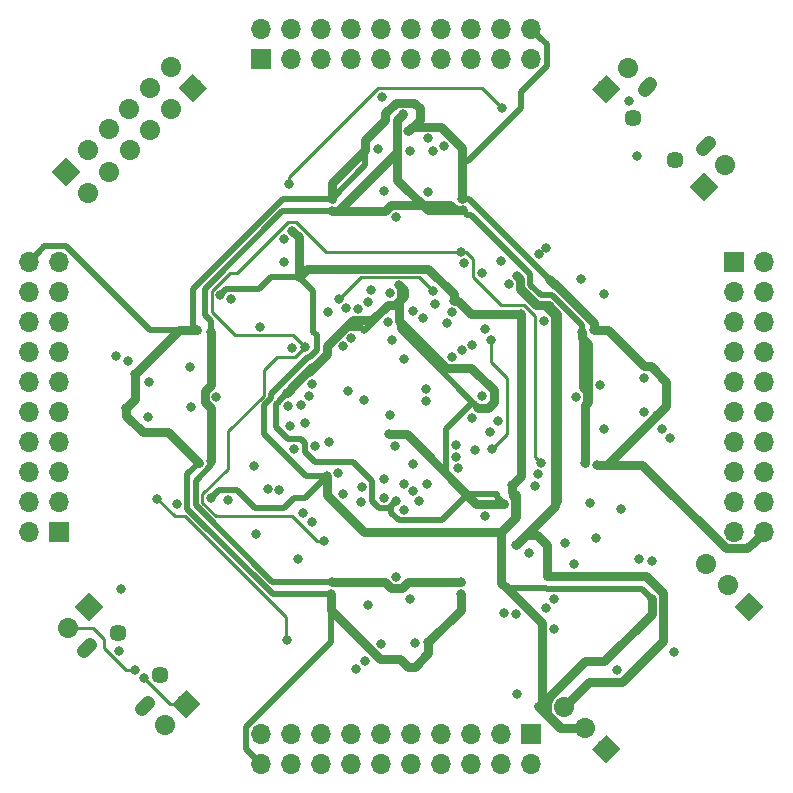
<source format=gbr>
G04 #@! TF.GenerationSoftware,KiCad,Pcbnew,5.0.2-bee76a0~70~ubuntu16.04.1*
G04 #@! TF.CreationDate,2019-08-02T00:48:50+03:00*
G04 #@! TF.ProjectId,FreeEEG32-alpha1.5,46726565-4545-4473-9332-2d616c706861,rev?*
G04 #@! TF.SameCoordinates,Original*
G04 #@! TF.FileFunction,Copper,L2,Inr*
G04 #@! TF.FilePolarity,Positive*
%FSLAX46Y46*%
G04 Gerber Fmt 4.6, Leading zero omitted, Abs format (unit mm)*
G04 Created by KiCad (PCBNEW 5.0.2-bee76a0~70~ubuntu16.04.1) date Пт 02 авг 2019 00:48:50*
%MOMM*%
%LPD*%
G01*
G04 APERTURE LIST*
G04 #@! TA.AperFunction,ViaPad*
%ADD10C,1.700000*%
G04 #@! TD*
G04 #@! TA.AperFunction,Conductor*
%ADD11C,1.700000*%
G04 #@! TD*
G04 #@! TA.AperFunction,Conductor*
%ADD12C,0.100000*%
G04 #@! TD*
G04 #@! TA.AperFunction,ViaPad*
%ADD13C,1.200000*%
G04 #@! TD*
G04 #@! TA.AperFunction,Conductor*
%ADD14C,1.200000*%
G04 #@! TD*
G04 #@! TA.AperFunction,ViaPad*
%ADD15C,1.450000*%
G04 #@! TD*
G04 #@! TA.AperFunction,ViaPad*
%ADD16R,1.700000X1.700000*%
G04 #@! TD*
G04 #@! TA.AperFunction,ViaPad*
%ADD17O,1.700000X1.700000*%
G04 #@! TD*
G04 #@! TA.AperFunction,ViaPad*
%ADD18C,0.800000*%
G04 #@! TD*
G04 #@! TA.AperFunction,Conductor*
%ADD19C,0.500000*%
G04 #@! TD*
G04 #@! TA.AperFunction,Conductor*
%ADD20C,0.750000*%
G04 #@! TD*
G04 #@! TA.AperFunction,Conductor*
%ADD21C,0.250000*%
G04 #@! TD*
G04 APERTURE END LIST*
D10*
G04 #@! TO.N,ISO_USB_2_GND1*
G04 #@! TO.C,J63*
X130423949Y-127831051D03*
D11*
X130423949Y-127831051D02*
X130423949Y-127831051D01*
D10*
G04 #@! TO.N,ISO_USB_1_VBUS1*
X132220000Y-126035000D03*
D12*
G36*
X131017918Y-126035000D02*
X132220000Y-124832918D01*
X133422082Y-126035000D01*
X132220000Y-127237082D01*
X131017918Y-126035000D01*
X131017918Y-126035000D01*
G37*
G04 #@! TD*
D10*
G04 #@! TO.N,ISO_UART_6_OUTD*
G04 #@! TO.C,J58*
X127357897Y-75652102D03*
D11*
X127357897Y-75652102D02*
X127357897Y-75652102D01*
D10*
G04 #@! TO.N,ISO_UART_5_OUTC*
X129153949Y-77448153D03*
D11*
X129153949Y-77448153D02*
X129153949Y-77448153D01*
D10*
G04 #@! TO.N,ISO_UART_4_INB*
X129153949Y-73856051D03*
D11*
X129153949Y-73856051D02*
X129153949Y-73856051D01*
D10*
G04 #@! TO.N,ISO_UART_3_INA*
X130950000Y-75652102D03*
D11*
X130950000Y-75652102D02*
X130950000Y-75652102D01*
D10*
G04 #@! TO.N,ISO_UART_2_GND1*
X130950000Y-72060000D03*
D11*
X130950000Y-72060000D02*
X130950000Y-72060000D01*
D10*
G04 #@! TO.N,ISO_UART_1_VCC1*
X132746051Y-73856051D03*
D12*
G36*
X131543969Y-73856051D02*
X132746051Y-72653969D01*
X133948133Y-73856051D01*
X132746051Y-75058133D01*
X131543969Y-73856051D01*
X131543969Y-73856051D01*
G37*
G04 #@! TD*
D10*
G04 #@! TO.N,ISO_SPI_5_INC*
G04 #@! TO.C,J57*
X127448154Y-79153949D03*
D11*
X127448154Y-79153949D02*
X127448154Y-79153949D01*
D10*
G04 #@! TO.N,ISO_SPI_6_OUTD*
X125652102Y-77357898D03*
D11*
X125652102Y-77357898D02*
X125652102Y-77357898D01*
D10*
G04 #@! TO.N,ISO_SPI_3_INA*
X125652102Y-80950000D03*
D11*
X125652102Y-80950000D02*
X125652102Y-80950000D01*
D10*
G04 #@! TO.N,ISO_SPI_4_INB*
X123856051Y-79153949D03*
D11*
X123856051Y-79153949D02*
X123856051Y-79153949D01*
D10*
G04 #@! TO.N,ISO_SPI_1_VCC1*
X123856051Y-82746051D03*
D11*
X123856051Y-82746051D02*
X123856051Y-82746051D01*
D10*
G04 #@! TO.N,ISO_SPI_2_GND1*
X122060000Y-80950000D03*
D12*
G36*
X123262082Y-80950000D02*
X122060000Y-82152082D01*
X120857918Y-80950000D01*
X122060000Y-79747918D01*
X123262082Y-80950000D01*
X123262082Y-80950000D01*
G37*
G04 #@! TD*
D13*
G04 #@! TO.N,/USB_DATA/6_Shield*
G04 #@! TO.C,J51*
X123790082Y-121260171D03*
D14*
X123542595Y-121507658D02*
X124037569Y-121012684D01*
D13*
X128739829Y-126209918D03*
D14*
X128987316Y-125962431D02*
X128492342Y-126457405D01*
D15*
X126406377Y-120058089D03*
X129941911Y-123593623D03*
G04 #@! TD*
D13*
G04 #@! TO.N,/USB_POWER/6_Shield*
G04 #@! TO.C,J37*
X171260171Y-73808826D03*
D14*
X171012684Y-74056313D02*
X171507658Y-73561339D01*
D13*
X176209918Y-78758573D03*
D14*
X176457405Y-78511086D02*
X175962431Y-79006060D01*
D15*
X170058089Y-76425121D03*
X173593623Y-79960655D03*
G04 #@! TD*
D16*
G04 #@! TO.N,AINREF-*
G04 #@! TO.C,J53*
X178575000Y-88570000D03*
D17*
G04 #@! TO.N,/ADC1/57_VCM*
X181115000Y-88570000D03*
G04 #@! TO.N,/ADC1/11_AIN3-*
X178575000Y-91110000D03*
G04 #@! TO.N,/ADC1/12_AIN3+*
X181115000Y-91110000D03*
G04 #@! TO.N,/ADC1/9_AIN2-*
X178575000Y-93650000D03*
G04 #@! TO.N,/ADC1/10_AIN2+*
X181115000Y-93650000D03*
G04 #@! TO.N,/ADC1/3_AIN1-*
X178575000Y-96190000D03*
G04 #@! TO.N,/ADC1/4_AIN1+*
X181115000Y-96190000D03*
G04 #@! TO.N,/ADC1/1_AIN0-*
X178575000Y-98730000D03*
G04 #@! TO.N,/ADC1/2_AIN0+*
X181115000Y-98730000D03*
G04 #@! TO.N,/ADC1/48_AIN4-*
X178575000Y-101270000D03*
G04 #@! TO.N,/ADC1/47_AIN4+*
X181115000Y-101270000D03*
G04 #@! TO.N,/ADC1/46_AIN5-*
X178575000Y-103810000D03*
G04 #@! TO.N,/ADC1/45_AIN5+*
X181115000Y-103810000D03*
G04 #@! TO.N,/ADC1/40_AIN6-*
X178575000Y-106350000D03*
G04 #@! TO.N,/ADC1/39_AIN6+*
X181115000Y-106350000D03*
G04 #@! TO.N,/ADC1/38_AIN7-*
X178575000Y-108890000D03*
G04 #@! TO.N,/ADC1/37_AIN7+*
X181115000Y-108890000D03*
G04 #@! TO.N,ACC_6_GND*
X178575000Y-111430000D03*
G04 #@! TO.N,ADC1_43_AVDD1B*
X181115000Y-111430000D03*
G04 #@! TD*
G04 #@! TO.N,ADC1_43_AVDD1B*
G04 #@! TO.C,J54*
X138570000Y-131115000D03*
G04 #@! TO.N,ACC_6_GND*
X138570000Y-128575000D03*
G04 #@! TO.N,/ADC2/37_AIN7+*
X141110000Y-131115000D03*
G04 #@! TO.N,/ADC2/38_AIN7-*
X141110000Y-128575000D03*
G04 #@! TO.N,/ADC2/39_AIN6+*
X143650000Y-131115000D03*
G04 #@! TO.N,/ADC2/40_AIN6-*
X143650000Y-128575000D03*
G04 #@! TO.N,/ADC2/45_AIN5+*
X146190000Y-131115000D03*
G04 #@! TO.N,/ADC2/46_AIN5-*
X146190000Y-128575000D03*
G04 #@! TO.N,/ADC2/47_AIN4+*
X148730000Y-131115000D03*
G04 #@! TO.N,/ADC2/48_AIN4-*
X148730000Y-128575000D03*
G04 #@! TO.N,/ADC2/2_AIN0+*
X151270000Y-131115000D03*
G04 #@! TO.N,/ADC2/1_AIN0-*
X151270000Y-128575000D03*
G04 #@! TO.N,/ADC2/4_AIN1+*
X153810000Y-131115000D03*
G04 #@! TO.N,/ADC2/3_AIN1-*
X153810000Y-128575000D03*
G04 #@! TO.N,/ADC2/10_AIN2+*
X156350000Y-131115000D03*
G04 #@! TO.N,/ADC2/9_AIN2-*
X156350000Y-128575000D03*
G04 #@! TO.N,/ADC2/12_AIN3+*
X158890000Y-131115000D03*
G04 #@! TO.N,/ADC2/11_AIN3-*
X158890000Y-128575000D03*
G04 #@! TO.N,/ADC2/57_VCM*
X161430000Y-131115000D03*
D16*
G04 #@! TO.N,AINREF-*
X161430000Y-128575000D03*
G04 #@! TD*
G04 #@! TO.N,AINREF-*
G04 #@! TO.C,J55*
X121425000Y-111430000D03*
D17*
G04 #@! TO.N,/ADC3/57_VCM*
X118885000Y-111430000D03*
G04 #@! TO.N,/ADC3/11_AIN3-*
X121425000Y-108890000D03*
G04 #@! TO.N,/ADC3/12_AIN3+*
X118885000Y-108890000D03*
G04 #@! TO.N,/ADC3/9_AIN2-*
X121425000Y-106350000D03*
G04 #@! TO.N,/ADC3/10_AIN2+*
X118885000Y-106350000D03*
G04 #@! TO.N,/ADC3/3_AIN1-*
X121425000Y-103810000D03*
G04 #@! TO.N,/ADC3/4_AIN1+*
X118885000Y-103810000D03*
G04 #@! TO.N,/ADC3/1_AIN0-*
X121425000Y-101270000D03*
G04 #@! TO.N,/ADC3/2_AIN0+*
X118885000Y-101270000D03*
G04 #@! TO.N,/ADC3/48_AIN4-*
X121425000Y-98730000D03*
G04 #@! TO.N,/ADC3/47_AIN4+*
X118885000Y-98730000D03*
G04 #@! TO.N,/ADC3/46_AIN5-*
X121425000Y-96190000D03*
G04 #@! TO.N,/ADC3/45_AIN5+*
X118885000Y-96190000D03*
G04 #@! TO.N,/ADC3/40_AIN6-*
X121425000Y-93650000D03*
G04 #@! TO.N,/ADC3/39_AIN6+*
X118885000Y-93650000D03*
G04 #@! TO.N,/ADC3/38_AIN7-*
X121425000Y-91110000D03*
G04 #@! TO.N,/ADC3/37_AIN7+*
X118885000Y-91110000D03*
G04 #@! TO.N,ACC_6_GND*
X121425000Y-88570000D03*
G04 #@! TO.N,ADC1_43_AVDD1B*
X118885000Y-88570000D03*
G04 #@! TD*
G04 #@! TO.N,ADC1_43_AVDD1B*
G04 #@! TO.C,J56*
X161430000Y-68885000D03*
G04 #@! TO.N,ACC_6_GND*
X161430000Y-71425000D03*
G04 #@! TO.N,/ADC4/37_AIN7+*
X158890000Y-68885000D03*
G04 #@! TO.N,/ADC4/38_AIN7-*
X158890000Y-71425000D03*
G04 #@! TO.N,/ADC4/39_AIN6+*
X156350000Y-68885000D03*
G04 #@! TO.N,/ADC4/40_AIN6-*
X156350000Y-71425000D03*
G04 #@! TO.N,/ADC4/45_AIN5+*
X153810000Y-68885000D03*
G04 #@! TO.N,/ADC4/46_AIN5-*
X153810000Y-71425000D03*
G04 #@! TO.N,/ADC4/47_AIN4+*
X151270000Y-68885000D03*
G04 #@! TO.N,/ADC4/48_AIN4-*
X151270000Y-71425000D03*
G04 #@! TO.N,ADC4_AIN0+*
X148730000Y-68885000D03*
G04 #@! TO.N,ADC4_AIN0-*
X148730000Y-71425000D03*
G04 #@! TO.N,ADC4_AIN1+*
X146190000Y-68885000D03*
G04 #@! TO.N,ADC4_AIN1-*
X146190000Y-71425000D03*
G04 #@! TO.N,ADC4_AIN2+*
X143650000Y-68885000D03*
G04 #@! TO.N,ADC4_AIN2-*
X143650000Y-71425000D03*
G04 #@! TO.N,ADC4_AIN3+*
X141110000Y-68885000D03*
G04 #@! TO.N,ADC4_AIN3-*
X141110000Y-71425000D03*
G04 #@! TO.N,/ADC4/57_VCM*
X138570000Y-68885000D03*
D16*
G04 #@! TO.N,AINREF-*
X138570000Y-71425000D03*
G04 #@! TD*
D10*
G04 #@! TO.N,MCU_109_SYS_JTCK-SWCLK*
G04 #@! TO.C,J59*
X176252898Y-114187898D03*
D11*
X176252898Y-114187898D02*
X176252898Y-114187898D01*
D10*
G04 #@! TO.N,MCU_105_SYS_JTMS-SWDIO*
X178048949Y-115983949D03*
D11*
X178048949Y-115983949D02*
X178048949Y-115983949D01*
D10*
G04 #@! TO.N,MCU_25_NRST*
X179845000Y-117780000D03*
D12*
G36*
X179845000Y-116577918D02*
X181047082Y-117780000D01*
X179845000Y-118982082D01*
X178642918Y-117780000D01*
X179845000Y-116577918D01*
X179845000Y-116577918D01*
G37*
G04 #@! TD*
D10*
G04 #@! TO.N,ACC_6_GND*
G04 #@! TO.C,J60*
X167780000Y-129845000D03*
D12*
G36*
X167780000Y-128642918D02*
X168982082Y-129845000D01*
X167780000Y-131047082D01*
X166577918Y-129845000D01*
X167780000Y-128642918D01*
X167780000Y-128642918D01*
G37*
D10*
G04 #@! TO.N,ACC_5_VDDIO*
X165983949Y-128048949D03*
D11*
X165983949Y-128048949D02*
X165983949Y-128048949D01*
D10*
G04 #@! TO.N,AVDD_1_IN*
X164187898Y-126252898D03*
D11*
X164187898Y-126252898D02*
X164187898Y-126252898D01*
G04 #@! TD*
D10*
G04 #@! TO.N,POWER_2_VCC*
G04 #@! TO.C,J61*
X167780000Y-73965000D03*
D12*
G36*
X168982082Y-73965000D02*
X167780000Y-75167082D01*
X166577918Y-73965000D01*
X167780000Y-72762918D01*
X168982082Y-73965000D01*
X168982082Y-73965000D01*
G37*
D10*
G04 #@! TO.N,POWER_1_GND*
X169576051Y-72168949D03*
D11*
X169576051Y-72168949D02*
X169576051Y-72168949D01*
G04 #@! TD*
D10*
G04 #@! TO.N,USB_POWER_2_D-*
G04 #@! TO.C,J62*
X177831051Y-80423949D03*
D11*
X177831051Y-80423949D02*
X177831051Y-80423949D01*
D10*
G04 #@! TO.N,USB_POWER_3_D+*
X176035000Y-82220000D03*
D12*
G36*
X177237082Y-82220000D02*
X176035000Y-83422082D01*
X174832918Y-82220000D01*
X176035000Y-81017918D01*
X177237082Y-82220000D01*
X177237082Y-82220000D01*
G37*
G04 #@! TD*
D10*
G04 #@! TO.N,ISO_USB_7_UD+*
G04 #@! TO.C,J64*
X123965000Y-117780000D03*
D12*
G36*
X122762918Y-117780000D02*
X123965000Y-116577918D01*
X125167082Y-117780000D01*
X123965000Y-118982082D01*
X122762918Y-117780000D01*
X122762918Y-117780000D01*
G37*
D10*
G04 #@! TO.N,ISO_USB_6_UD\2013*
X122168949Y-119576051D03*
D11*
X122168949Y-119576051D02*
X122168949Y-119576051D01*
G04 #@! TD*
D18*
G04 #@! TO.N,/ADC1/49_REF_OUT*
X173145648Y-103467570D03*
G04 #@! TO.N,/ADC1/51_AREG2CAP*
X172447055Y-102752049D03*
G04 #@! TO.N,/ADC1/59_AREG1CAP*
X170951758Y-98413305D03*
G04 #@! TO.N,/ADC2/49_REF_OUT*
X146608676Y-123076324D03*
G04 #@! TO.N,/ADC2/51_AREG2CAP*
X147315784Y-122369216D03*
G04 #@! TO.N,/ADC2/59_AREG1CAP*
X151606504Y-120884463D03*
G04 #@! TO.N,/ADC3/49_REF_OUT*
X126251000Y-96571000D03*
G04 #@! TO.N,/ADC3/51_AREG2CAP*
X127267000Y-96975000D03*
G04 #@! TO.N,/ADC3/59_AREG1CAP*
X128981177Y-101696852D03*
G04 #@! TO.N,/ADC4/49_REF_OUT*
X154017993Y-78810655D03*
G04 #@! TO.N,/ADC4/51_AREG2CAP*
X153111499Y-79232878D03*
G04 #@! TO.N,/ADC4/59_AREG1CAP*
X148476000Y-79070400D03*
G04 #@! TO.N,/MCU/23_PH0*
X138139364Y-111634364D03*
G04 #@! TO.N,/MCU/24_PH1*
X140100266Y-107867734D03*
G04 #@! TO.N,/MCU/9_PC15*
X142105241Y-109896913D03*
G04 #@! TO.N,/MCU/8_PC14*
X142836937Y-110621913D03*
G04 #@! TO.N,ADC1_24_IOVDD*
X150230253Y-90594112D03*
X149365000Y-103175000D03*
X129045000Y-98730000D03*
X148730000Y-120955000D03*
X170955000Y-101270000D03*
X140708065Y-99716509D03*
X149956811Y-108857101D03*
X151145941Y-79184400D03*
X151145941Y-79184400D03*
X159113481Y-109078127D03*
X156936535Y-100930138D03*
G04 #@! TO.N,ADC1_23_DREGCAP*
X157262981Y-99953179D03*
G04 #@! TO.N,ADC1_41_REF2+*
X155602986Y-84243930D03*
X144515465Y-84267285D03*
X155461000Y-115715000D03*
X144539000Y-115715000D03*
X165732712Y-94515459D03*
X134285000Y-94539000D03*
X134285000Y-105461000D03*
X150547000Y-76103095D03*
X165993871Y-105649322D03*
G04 #@! TO.N,ADC1_43_AVDD1B*
X155585977Y-83244073D03*
X144528898Y-83252738D03*
X155477258Y-116744469D03*
X144451125Y-116740316D03*
X166736815Y-94375417D03*
X133140429Y-94394151D03*
X133243872Y-105604881D03*
X128559332Y-103024380D03*
X170961944Y-97413355D03*
X127902000Y-98095000D03*
X148603000Y-122225000D03*
X172098000Y-101524000D03*
X172860000Y-98730000D03*
X149025000Y-76595000D03*
X127140000Y-100975000D03*
X150975000Y-122860000D03*
X163044473Y-90130527D03*
X151997001Y-75604998D03*
X147307641Y-79107419D03*
X151016215Y-77542892D03*
X152705036Y-120814200D03*
X166986598Y-105769723D03*
G04 #@! TO.N,ADC2_23_DREGCAP*
X150599946Y-109638757D03*
G04 #@! TO.N,ADC3_23_DREGCAP*
X140856000Y-100798999D03*
G04 #@! TO.N,ADC4_23_DREGCAP*
X149466048Y-91239089D03*
G04 #@! TO.N,AVDD_1_IN*
X160160000Y-112573000D03*
X160214210Y-89764408D03*
G04 #@! TO.N,ACC_6_GND*
X150635000Y-96825000D03*
X134760000Y-100000000D03*
X150000000Y-84760000D03*
X165240000Y-100000000D03*
X150000000Y-115240000D03*
X159525000Y-90488972D03*
X162065000Y-87948972D03*
X140475000Y-86665000D03*
X140475000Y-88570000D03*
X141656053Y-113716000D03*
X136030000Y-91745000D03*
X173495000Y-121590000D03*
X159144000Y-118288000D03*
X157464399Y-110120683D03*
X152686149Y-78131841D03*
X148984000Y-82601000D03*
X151120000Y-117145000D03*
X155752025Y-88691718D03*
X162621847Y-87392125D03*
X148806200Y-74600000D03*
X152667000Y-82705000D03*
X161201400Y-113208000D03*
X132601000Y-100866000D03*
X132519869Y-97460000D03*
X167272000Y-99007000D03*
X167559266Y-102719125D03*
X147610000Y-117680894D03*
X137975092Y-105914500D03*
X131439542Y-109093000D03*
G04 #@! TO.N,ACC_5_VDDIO*
X141745000Y-89840000D03*
X141182108Y-85957892D03*
X158890000Y-111430000D03*
X144121000Y-106713931D03*
X154838498Y-91880369D03*
X171618291Y-117116709D03*
X167604054Y-122400946D03*
X160541000Y-93015000D03*
X159813492Y-107493000D03*
X135083775Y-91421485D03*
X134289564Y-108625070D03*
G04 #@! TO.N,ISO_USB_2_GND1*
X126526548Y-121512517D03*
X126708200Y-116306800D03*
G04 #@! TO.N,ISO_USB_1_VBUS1*
X128642913Y-123854840D03*
G04 #@! TO.N,ISO_USB_6_UD\2013*
X127866542Y-123144598D03*
G04 #@! TO.N,ADC1_36_RESET*
X161744910Y-107531956D03*
G04 #@! TO.N,ADC1_34_SYNC_OUT*
X155461000Y-87735000D03*
X143858990Y-112237010D03*
X142253000Y-95809000D03*
X162215000Y-105588000D03*
G04 #@! TO.N,ADC1_33_START*
X161976064Y-106559037D03*
G04 #@! TO.N,ADC1_32_XTAL2_MCLK*
X155188206Y-106065011D03*
X150616130Y-107376304D03*
G04 #@! TO.N,ADC1_30_DRDY*
X158117064Y-104434064D03*
X158001000Y-95174000D03*
G04 #@! TO.N,ADC1_29_DCLK*
X156393030Y-101778000D03*
G04 #@! TO.N,ADC1_28_DOUT0*
X157959011Y-102958000D03*
G04 #@! TO.N,ADC1_27_DOUT1*
X158631347Y-102027347D03*
G04 #@! TO.N,ADC1_21_DCLK0_SDO*
X156620849Y-104555151D03*
G04 #@! TO.N,ADC1_20_DCLK1_SDI*
X155043000Y-105075609D03*
G04 #@! TO.N,ADC1_19_DCLK2_SCLK*
X155043000Y-104075606D03*
G04 #@! TO.N,ADC1_18_ALERT_CS*
X157482767Y-94285000D03*
G04 #@! TO.N,ADC2_36_RESET*
X145079737Y-106429633D03*
G04 #@! TO.N,ADC2_33_START*
X145471338Y-108216998D03*
G04 #@! TO.N,ADC2_30_DRDY*
X146975000Y-108890000D03*
G04 #@! TO.N,ADC2_29_DCLK*
X147079000Y-107620000D03*
G04 #@! TO.N,ADC2_28_DOUT0*
X148984000Y-106985000D03*
G04 #@! TO.N,ADC2_27_DOUT1*
X148975000Y-108612214D03*
G04 #@! TO.N,ADC2_21_DCLK0_SDO*
X151397000Y-108001000D03*
G04 #@! TO.N,ADC2_20_DCLK1_SDI*
X151927248Y-108867752D03*
G04 #@! TO.N,ADC2_19_DCLK2_SCLK*
X152563058Y-107403000D03*
G04 #@! TO.N,ADC2_18_ALERT_CS*
X151397000Y-105715000D03*
G04 #@! TO.N,ADC3_36_RESET*
X138467564Y-94074990D03*
G04 #@! TO.N,ADC3_33_START*
X141129795Y-95889713D03*
G04 #@! TO.N,ADC3_30_DRDY*
X141350036Y-104427995D03*
G04 #@! TO.N,ADC3_29_DCLK*
X144285000Y-103810000D03*
G04 #@! TO.N,ADC3_28_DOUT0*
X143097435Y-104149011D03*
G04 #@! TO.N,ADC3_27_DOUT1*
X141909000Y-100740854D03*
X149891130Y-104191000D03*
X149492000Y-101524000D03*
G04 #@! TO.N,ADC3_21_DCLK0_SDO*
X142253000Y-102249000D03*
G04 #@! TO.N,ADC3_20_DCLK1_SDI*
X140983000Y-102475000D03*
G04 #@! TO.N,ADC3_19_DCLK2_SCLK*
X142585512Y-99947158D03*
G04 #@! TO.N,ADC3_18_ALERT_CS*
X142819847Y-98975000D03*
G04 #@! TO.N,ADC4_36_RESET*
X154313236Y-93787349D03*
G04 #@! TO.N,ADC4_33_START*
X154731397Y-92878974D03*
G04 #@! TO.N,ADC4_30_DRDY*
X153091029Y-91041243D03*
X145165225Y-91726780D03*
G04 #@! TO.N,ADC4_29_DCLK*
X153296048Y-92181725D03*
X144226153Y-92819847D03*
G04 #@! TO.N,ADC4_28_DOUT0*
X152228281Y-93314486D03*
G04 #@! TO.N,ADC4_27_DOUT1*
X151392347Y-92765653D03*
G04 #@! TO.N,ADC4_21_DCLK0_SDO*
X147841000Y-90983000D03*
G04 #@! TO.N,ADC4_20_DCLK1_SDI*
X147598464Y-91953144D03*
G04 #@! TO.N,ADC4_19_DCLK2_SCLK*
X146749418Y-92544000D03*
G04 #@! TO.N,ADC4_18_ALERT_CS*
X145749433Y-92538386D03*
G04 #@! TO.N,MCU_138_BOOT0*
X168669000Y-123165183D03*
G04 #@! TO.N,MCU_112_SDMMC1_D3*
X166383000Y-109017000D03*
X164247001Y-112432441D03*
G04 #@! TO.N,MCU_111_SDMMC1_D2*
X164999627Y-114210373D03*
X169050000Y-109525000D03*
G04 #@! TO.N,MCU_105_SYS_JTMS-SWDIO*
X162483114Y-93574947D03*
X167552642Y-91313000D03*
G04 #@! TO.N,ISO_UART_13_OUTB*
X149659626Y-95214626D03*
G04 #@! TO.N,ISO_UART_11_IND*
X145471669Y-95758706D03*
G04 #@! TO.N,ISO_UART_14_OUTA*
X149255368Y-93667367D03*
G04 #@! TO.N,ISO_UART_12_INC*
X146190000Y-95063001D03*
G04 #@! TO.N,MCU_99_SDMMC1_D1*
X171663511Y-113896489D03*
X154699000Y-96608000D03*
G04 #@! TO.N,MCU_98_SDMMC1_D0*
X170515858Y-113774142D03*
X155512375Y-96026256D03*
G04 #@! TO.N,MCU_97_SDMMC1_DETECT*
X166891000Y-111975000D03*
X156437306Y-95646118D03*
G04 #@! TO.N,ISO_USB_10_DD+*
X152540000Y-99365000D03*
X145936000Y-99492000D03*
X135776000Y-108763000D03*
X157239000Y-89535200D03*
G04 #@! TO.N,ISO_USB_11_DD\2013*
X158841160Y-88521160D03*
X147264415Y-100316121D03*
X152540000Y-100365003D03*
X139099426Y-107843269D03*
G04 #@! TO.N,ACC_9_INT2*
X160133952Y-118429421D03*
G04 #@! TO.N,ACC_4_INT1*
X163335000Y-119685000D03*
G04 #@! TO.N,ACC_13_SCL*
X163335000Y-117145000D03*
G04 #@! TO.N,ACC_14_SDA*
X162627892Y-117870000D03*
G04 #@! TO.N,POWER_1_GND*
X169685000Y-74979040D03*
G04 #@! TO.N,POWER_2_VCC*
X170345400Y-79603800D03*
G04 #@! TO.N,ADC1_13_MODE0_GPIO0*
X160223200Y-125145800D03*
X140944600Y-82016600D03*
X158959963Y-75565000D03*
X165662944Y-90043000D03*
X129768600Y-108635800D03*
X140716000Y-120599200D03*
G04 #@! TD*
D19*
G04 #@! TO.N,ADC1_24_IOVDD*
X149365000Y-103175000D02*
X151040193Y-103175000D01*
X140055306Y-100444843D02*
X139840000Y-100660149D01*
X140055306Y-100369268D02*
X140055306Y-100444843D01*
X140708065Y-99716509D02*
X140055306Y-100369268D01*
X140827992Y-103577994D02*
X141893994Y-103577994D01*
X139840000Y-102590002D02*
X140827992Y-103577994D01*
X139840000Y-100660149D02*
X139840000Y-102590002D01*
X142247434Y-103931434D02*
X142247434Y-104693434D01*
X141893994Y-103577994D02*
X142247434Y-103931434D01*
X146320630Y-105579632D02*
X147929001Y-107188003D01*
X143133632Y-105579632D02*
X146320630Y-105579632D01*
X142247434Y-104693434D02*
X143133632Y-105579632D01*
X149351697Y-109462215D02*
X149556812Y-109257100D01*
X148566999Y-109462215D02*
X149351697Y-109462215D01*
X147929001Y-108824217D02*
X148566999Y-109462215D01*
X147929001Y-107188003D02*
X147929001Y-108824217D01*
X153833571Y-110488758D02*
X156093761Y-108228568D01*
X150191945Y-110488758D02*
X153833571Y-110488758D01*
X149556812Y-109853625D02*
X150191945Y-110488758D01*
X149556812Y-109257100D02*
X149556812Y-109853625D01*
X149956811Y-108857101D02*
X149556812Y-109257100D01*
X158495734Y-108228568D02*
X158128000Y-108228568D01*
X156093761Y-108228568D02*
X158128000Y-108228568D01*
X158495734Y-108460380D02*
X159113481Y-109078127D01*
X158495734Y-108228568D02*
X158495734Y-108460380D01*
X150316049Y-90679908D02*
X150230253Y-90594112D01*
X150316049Y-94309652D02*
X150316049Y-90679908D01*
X156936535Y-100930138D02*
X150316049Y-94309652D01*
X154192999Y-106327806D02*
X154318000Y-106452807D01*
X154192999Y-102720029D02*
X154192999Y-106327806D01*
X156382889Y-100530139D02*
X154192999Y-102720029D01*
X156536536Y-100530139D02*
X156382889Y-100530139D01*
X156936535Y-100930138D02*
X156536536Y-100530139D01*
X151040193Y-103175000D02*
X154318000Y-106452807D01*
X154318000Y-106452807D02*
X156093761Y-108228568D01*
X142299575Y-98124999D02*
X141108064Y-99316510D01*
X142655187Y-98124999D02*
X142299575Y-98124999D01*
X150630252Y-90994111D02*
X150630252Y-91368748D01*
X150630252Y-91368748D02*
X149619000Y-92380000D01*
X149619000Y-92380000D02*
X149284733Y-92380000D01*
X149284733Y-92380000D02*
X147252733Y-94412000D01*
X144225010Y-96555176D02*
X142655187Y-98124999D01*
X147252733Y-94412000D02*
X147053733Y-94213000D01*
X147053733Y-94213000D02*
X145627000Y-94213000D01*
X145627000Y-94213000D02*
X144225010Y-95614990D01*
X144225010Y-95614990D02*
X144225010Y-96555176D01*
D20*
X149930685Y-103175000D02*
X149365000Y-103175000D01*
X150855193Y-103175000D02*
X149930685Y-103175000D01*
X156758320Y-109078127D02*
X150855193Y-103175000D01*
X159113481Y-109078127D02*
X156758320Y-109078127D01*
X150230369Y-91917770D02*
X150630252Y-91517887D01*
X156335805Y-97583001D02*
X154230999Y-97583001D01*
X154230999Y-97583001D02*
X150230369Y-93582371D01*
X158237982Y-99485178D02*
X156335805Y-97583001D01*
X158237982Y-100421180D02*
X158237982Y-99485178D01*
X157729024Y-100930138D02*
X158237982Y-100421180D01*
X150230369Y-93582371D02*
X150230369Y-91917770D01*
X156936535Y-100930138D02*
X157729024Y-100930138D01*
X150630252Y-90994111D02*
X150230253Y-90594112D01*
X149934049Y-92214090D02*
X150630252Y-91517887D01*
X149265643Y-92214090D02*
X149934049Y-92214090D01*
X150630252Y-91517887D02*
X150630252Y-90994111D01*
X147960732Y-93519001D02*
X149265643Y-92214090D01*
X146290998Y-93519001D02*
X147960732Y-93519001D01*
X144094009Y-95715990D02*
X146290998Y-93519001D01*
X144094009Y-96392733D02*
X144094009Y-95715990D01*
X143002732Y-97484010D02*
X144094009Y-96392733D01*
X142867834Y-97484011D02*
X143002732Y-97484010D01*
X141108064Y-99243781D02*
X142867834Y-97484011D01*
X141108064Y-99316510D02*
X141108064Y-99243781D01*
X140708065Y-99716509D02*
X141108064Y-99316510D01*
D19*
G04 #@! TO.N,ADC1_41_REF2+*
X152820928Y-84243930D02*
X150090787Y-81513789D01*
X155602986Y-84243930D02*
X152820928Y-84243930D01*
X166090001Y-104839280D02*
X165859621Y-105069660D01*
X166090001Y-99591999D02*
X166090001Y-104839280D01*
X165859621Y-105069660D02*
X165859621Y-105635345D01*
X165732712Y-99234710D02*
X166090001Y-99591999D01*
X165732712Y-94515459D02*
X165732712Y-99234710D01*
X150090787Y-76559308D02*
X150090787Y-79299000D01*
X150547000Y-76103095D02*
X150090787Y-76559308D01*
X150090787Y-81513789D02*
X150090787Y-79299000D01*
X156002985Y-84643929D02*
X155602986Y-84243930D01*
X156351733Y-84643929D02*
X156002985Y-84643929D01*
X161328400Y-89620596D02*
X156351733Y-84643929D01*
X161328400Y-90525800D02*
X161328400Y-89620596D01*
X165732712Y-94515459D02*
X165732712Y-93948395D01*
X163199117Y-91414800D02*
X162217400Y-91414800D01*
X165732712Y-93948395D02*
X163199117Y-91414800D01*
X162217400Y-91414800D02*
X161328400Y-90525800D01*
X134285000Y-93607186D02*
X133769400Y-93091586D01*
X134285000Y-94539000D02*
X134285000Y-93607186D01*
X143949780Y-84267285D02*
X144515465Y-84267285D01*
X140351787Y-84267285D02*
X143949780Y-84267285D01*
X133769400Y-90849672D02*
X140351787Y-84267285D01*
X133769400Y-93091586D02*
X133769400Y-90849672D01*
X143973315Y-115715000D02*
X144539000Y-115715000D01*
X139493305Y-115715000D02*
X143973315Y-115715000D01*
X132989552Y-107117203D02*
X132989552Y-109211247D01*
X132989552Y-109211247D02*
X139493305Y-115715000D01*
X134285000Y-105821755D02*
X132989552Y-107117203D01*
X134285000Y-105461000D02*
X134285000Y-105821755D01*
D20*
X134285000Y-95104685D02*
X134285000Y-94539000D01*
X134285000Y-99031998D02*
X134285000Y-95104685D01*
X133784999Y-99531999D02*
X134285000Y-99031998D01*
X133784999Y-100468001D02*
X133784999Y-99531999D01*
X134285000Y-100968002D02*
X133784999Y-100468001D01*
X134285000Y-105461000D02*
X134285000Y-100968002D01*
X165732712Y-95081144D02*
X165732712Y-94515459D01*
X166215001Y-100468001D02*
X166215001Y-95563433D01*
X165993871Y-100689131D02*
X166215001Y-100468001D01*
X166215001Y-95563433D02*
X165732712Y-95081144D01*
X165993871Y-105649322D02*
X165993871Y-100689131D01*
X145104685Y-115715000D02*
X144539000Y-115715000D01*
X149031998Y-115715000D02*
X145104685Y-115715000D01*
X149531999Y-116215001D02*
X149031998Y-115715000D01*
X150468001Y-116215001D02*
X149531999Y-116215001D01*
X150968002Y-115715000D02*
X150468001Y-116215001D01*
X155461000Y-115715000D02*
X150968002Y-115715000D01*
X150041214Y-79307221D02*
X150041214Y-76608881D01*
X145081150Y-84267285D02*
X150041214Y-79307221D01*
X144515465Y-84267285D02*
X145081150Y-84267285D01*
X155037301Y-84243930D02*
X155602986Y-84243930D01*
X154578370Y-83784999D02*
X155037301Y-84243930D01*
X149531999Y-83784999D02*
X154578370Y-83784999D01*
X149049713Y-84267285D02*
X149531999Y-83784999D01*
X144515465Y-84267285D02*
X149049713Y-84267285D01*
X150147001Y-76503094D02*
X150547000Y-76103095D01*
X150041214Y-76608881D02*
X150147001Y-76503094D01*
X150041214Y-81649216D02*
X150041214Y-76608881D01*
X152635928Y-84243930D02*
X150041214Y-81649216D01*
X155602986Y-84243930D02*
X152635928Y-84243930D01*
D19*
G04 #@! TO.N,ADC1_43_AVDD1B*
X147372521Y-78247479D02*
X147372521Y-79068311D01*
X149025000Y-76595000D02*
X147372521Y-78247479D01*
X147372521Y-80409115D02*
X144528898Y-83252738D01*
X147372521Y-79068311D02*
X147372521Y-80409115D01*
X162730001Y-70185001D02*
X162279999Y-69734999D01*
X162279999Y-69734999D02*
X161430000Y-68885000D01*
X162730001Y-72049001D02*
X162730001Y-70185001D01*
X119734999Y-87720001D02*
X118885000Y-88570000D01*
X122049001Y-87269999D02*
X120185001Y-87269999D01*
X129173153Y-94394151D02*
X122049001Y-87269999D01*
X120185001Y-87269999D02*
X119734999Y-87720001D01*
X133140429Y-94394151D02*
X129173153Y-94394151D01*
X137720001Y-130265001D02*
X138570000Y-131115000D01*
X137269999Y-129814999D02*
X137720001Y-130265001D01*
X138570000Y-131115000D02*
X137269999Y-129814999D01*
X137269999Y-127950999D02*
X137269999Y-129814999D01*
X156158019Y-83244073D02*
X155585977Y-83244073D01*
X163044473Y-90130527D02*
X156158019Y-83244073D01*
X132740430Y-93994152D02*
X133140429Y-94394151D01*
X132740430Y-90888680D02*
X132740430Y-93994152D01*
X140376372Y-83252738D02*
X132740430Y-90888680D01*
X144528898Y-83252738D02*
X140376372Y-83252738D01*
X132289542Y-109501200D02*
X139528658Y-116740316D01*
X139528658Y-116740316D02*
X143885440Y-116740316D01*
X132289542Y-106559211D02*
X132289542Y-109501200D01*
X143885440Y-116740316D02*
X144451125Y-116740316D01*
X133243872Y-105604881D02*
X132289542Y-106559211D01*
D20*
X131602849Y-94394151D02*
X127902000Y-98095000D01*
X133140429Y-94394151D02*
X131602849Y-94394151D01*
X127902000Y-100213000D02*
X127140000Y-100975000D01*
X127902000Y-98095000D02*
X127902000Y-100213000D01*
X127140000Y-101605048D02*
X128559332Y-103024380D01*
X127140000Y-100975000D02*
X127140000Y-101605048D01*
X130663371Y-103024380D02*
X133243872Y-105604881D01*
X128559332Y-103024380D02*
X130663371Y-103024380D01*
X144528898Y-81886162D02*
X147307641Y-79107419D01*
X144528898Y-83252738D02*
X144528898Y-81886162D01*
X147307641Y-78312359D02*
X149025000Y-76595000D01*
X147307641Y-79107419D02*
X147307641Y-78312359D01*
X151597002Y-75204999D02*
X151997001Y-75604998D01*
X151520097Y-75128094D02*
X151597002Y-75204999D01*
X149025000Y-76029315D02*
X149926221Y-75128094D01*
X149926221Y-75128094D02*
X151520097Y-75128094D01*
X149025000Y-76595000D02*
X149025000Y-76029315D01*
X151997001Y-76562106D02*
X151016215Y-77542892D01*
X151997001Y-75604998D02*
X151997001Y-76562106D01*
X155585977Y-82678388D02*
X155585977Y-83244073D01*
X153793233Y-77142893D02*
X155585977Y-78935637D01*
X151416214Y-77142893D02*
X153793233Y-77142893D01*
X151016215Y-77542892D02*
X151416214Y-77142893D01*
X163044473Y-90130527D02*
X163503736Y-90589790D01*
X163444472Y-90530526D02*
X163044473Y-90130527D01*
X163481583Y-90530526D02*
X163444472Y-90530526D01*
X166736815Y-93785758D02*
X163481583Y-90530526D01*
X166736815Y-94375417D02*
X166736815Y-93785758D01*
X167924006Y-94375417D02*
X170961944Y-97413355D01*
X166736815Y-94375417D02*
X167924006Y-94375417D01*
X171543355Y-97413355D02*
X172860000Y-98730000D01*
X170961944Y-97413355D02*
X171543355Y-97413355D01*
X172860000Y-100762000D02*
X172098000Y-101524000D01*
X172860000Y-98730000D02*
X172860000Y-100762000D01*
X167852277Y-105769723D02*
X166986598Y-105769723D01*
X172098000Y-101524000D02*
X167852277Y-105769723D01*
X144451125Y-118073125D02*
X148603000Y-122225000D01*
X144451125Y-116740316D02*
X144451125Y-118073125D01*
X150340000Y-122225000D02*
X150975000Y-122860000D01*
X148603000Y-122225000D02*
X150340000Y-122225000D01*
X152705036Y-121379885D02*
X152705036Y-120814200D01*
X151540685Y-122860000D02*
X152705036Y-121695649D01*
X152705036Y-121695649D02*
X152705036Y-121379885D01*
X150975000Y-122860000D02*
X151540685Y-122860000D01*
X155477258Y-118041978D02*
X152705036Y-120814200D01*
X155477258Y-116744469D02*
X155477258Y-118041978D01*
X179689999Y-112855001D02*
X180265001Y-112279999D01*
X180265001Y-112279999D02*
X181115000Y-111430000D01*
X170805721Y-105769723D02*
X177890999Y-112855001D01*
X177890999Y-112855001D02*
X179689999Y-112855001D01*
X166986598Y-105769723D02*
X170805721Y-105769723D01*
D19*
X155585977Y-80060800D02*
X156032200Y-80060800D01*
D20*
X155585977Y-78935637D02*
X155585977Y-80060800D01*
X155585977Y-80060800D02*
X155585977Y-82678388D01*
D19*
X160560202Y-75532798D02*
X160560202Y-74218800D01*
X160560202Y-74218800D02*
X162730001Y-72049001D01*
X156032200Y-80060800D02*
X160560202Y-75532798D01*
X144451125Y-120769873D02*
X137269999Y-127950999D01*
X144451125Y-116740316D02*
X144451125Y-120769873D01*
G04 #@! TO.N,AVDD_1_IN*
X163783125Y-108949875D02*
X160559999Y-112173001D01*
X162980152Y-92185797D02*
X163783125Y-92988770D01*
X163783125Y-92988770D02*
X163783125Y-108949875D01*
X161973169Y-92185797D02*
X162980152Y-92185797D01*
X160614209Y-90826837D02*
X161973169Y-92185797D01*
X160614209Y-90164407D02*
X160614209Y-90826837D01*
X160214210Y-89764408D02*
X160614209Y-90164407D01*
D20*
X161008001Y-111724999D02*
X160559999Y-112173001D01*
X161898001Y-111724999D02*
X161008001Y-111724999D01*
X162772374Y-112599372D02*
X161898001Y-111724999D01*
X162772374Y-115185374D02*
X162772374Y-112599372D01*
X172593292Y-116648708D02*
X171129958Y-115185374D01*
X172593292Y-120683893D02*
X172593292Y-116648708D01*
X160559999Y-112173001D02*
X160160000Y-112573000D01*
X169137001Y-124140184D02*
X172593292Y-120683893D01*
X166300612Y-124140184D02*
X169137001Y-124140184D01*
X171129958Y-115185374D02*
X162772374Y-115185374D01*
X164187898Y-126252898D02*
X166300612Y-124140184D01*
X160500001Y-90911037D02*
X160500001Y-90050199D01*
X161828774Y-92239810D02*
X160500001Y-90911037D01*
X162590979Y-92239810D02*
X161828774Y-92239810D01*
X163458115Y-93106946D02*
X162590979Y-92239810D01*
X163458115Y-109274885D02*
X163458115Y-93106946D01*
X160500001Y-90050199D02*
X160214210Y-89764408D01*
X160160000Y-112573000D02*
X163458115Y-109274885D01*
D19*
G04 #@! TO.N,ACC_5_VDDIO*
X142377970Y-106713931D02*
X138824000Y-103159961D01*
X144121000Y-106713931D02*
X142377970Y-106713931D01*
X138824000Y-100686186D02*
X139355296Y-100154890D01*
X138824000Y-103159961D02*
X138824000Y-100686186D01*
X142661001Y-96659001D02*
X143269000Y-96051002D01*
X142507571Y-96659001D02*
X142661001Y-96659001D01*
X139355296Y-99811276D02*
X142507571Y-96659001D01*
X139355296Y-100154890D02*
X139355296Y-99811276D01*
X143269000Y-94793000D02*
X142978001Y-94502001D01*
X143269000Y-96051002D02*
X143269000Y-94793000D01*
X142978001Y-91073001D02*
X141745000Y-89840000D01*
X142978001Y-94502001D02*
X142978001Y-91073001D01*
X171218292Y-116716710D02*
X171618291Y-117116709D01*
X170796581Y-116294999D02*
X171218292Y-116716710D01*
X159963482Y-110356518D02*
X159289999Y-111030001D01*
X159963482Y-109271000D02*
X159963482Y-110356518D01*
X162887897Y-125628897D02*
X162887897Y-126857897D01*
X164078949Y-128048949D02*
X165983949Y-128048949D01*
X162887897Y-126857897D02*
X164078949Y-128048949D01*
X159963482Y-108670126D02*
X159963482Y-109271000D01*
X159813492Y-108520136D02*
X159963482Y-108670126D01*
X159813492Y-107493000D02*
X159813492Y-108520136D01*
X139382800Y-89840000D02*
X141745000Y-89840000D01*
X138327801Y-90894999D02*
X139382800Y-89840000D01*
X137198400Y-90894999D02*
X135610261Y-90894999D01*
X135610261Y-90894999D02*
X135083775Y-91421485D01*
X137198400Y-90894999D02*
X138327801Y-90894999D01*
X159289999Y-111030001D02*
X158890000Y-111430000D01*
D20*
X158324315Y-111430000D02*
X158890000Y-111430000D01*
X147241338Y-111430000D02*
X158324315Y-111430000D01*
X144121000Y-108309662D02*
X147241338Y-111430000D01*
X144121000Y-106713931D02*
X144121000Y-108309662D01*
X159813492Y-108058685D02*
X159813492Y-107493000D01*
X160088482Y-108333675D02*
X159813492Y-108058685D01*
X160088482Y-110231518D02*
X160088482Y-108333675D01*
X158890000Y-111430000D02*
X160088482Y-110231518D01*
X159813492Y-107493000D02*
X160541000Y-106765492D01*
X160541000Y-106765492D02*
X160541000Y-93015000D01*
X155175794Y-91880369D02*
X154838498Y-91880369D01*
X156310425Y-93015000D02*
X155175794Y-91880369D01*
X160541000Y-93015000D02*
X156310425Y-93015000D01*
X142144999Y-89440001D02*
X141745000Y-89840000D01*
X142415899Y-89169101D02*
X142144999Y-89440001D01*
X152692915Y-89169101D02*
X142415899Y-89169101D01*
X154838498Y-91314684D02*
X152692915Y-89169101D01*
X154838498Y-91880369D02*
X154838498Y-91314684D01*
X141745000Y-86520784D02*
X141182108Y-85957892D01*
X141745000Y-89840000D02*
X141745000Y-86520784D01*
X171618291Y-118386709D02*
X167604054Y-122400946D01*
X171618291Y-117116709D02*
X171618291Y-118386709D01*
X162887897Y-125443897D02*
X162887897Y-125628897D01*
X167604054Y-122400946D02*
X165930848Y-122400946D01*
X163874947Y-128048949D02*
X162014200Y-126188202D01*
X162143592Y-126188202D02*
X163846194Y-124485600D01*
X162014200Y-126188202D02*
X162143592Y-126188202D01*
X163846194Y-124485600D02*
X162887897Y-125443897D01*
X165930848Y-122400946D02*
X163846194Y-124485600D01*
X164781868Y-128048949D02*
X165983949Y-128048949D01*
X163874947Y-128048949D02*
X164781868Y-128048949D01*
X162359999Y-119212466D02*
X162359999Y-126534001D01*
X162359999Y-126534001D02*
X163874947Y-128048949D01*
X158890000Y-111430000D02*
X158890000Y-115742467D01*
D19*
X162777034Y-116294999D02*
X164147800Y-116294999D01*
X162656302Y-116174267D02*
X162777034Y-116294999D01*
X159321800Y-116174267D02*
X162656302Y-116174267D01*
D20*
X159321800Y-116174267D02*
X162359999Y-119212466D01*
X158890000Y-115742467D02*
X159321800Y-116174267D01*
D19*
X164147800Y-116294999D02*
X170796581Y-116294999D01*
X143721001Y-107113930D02*
X144121000Y-106713931D01*
X142288753Y-108546178D02*
X143721001Y-107113930D01*
X134289564Y-108625070D02*
X135001635Y-107912999D01*
X135001635Y-107912999D02*
X136500799Y-107912999D01*
X136500799Y-107912999D02*
X137985800Y-109398000D01*
X140512178Y-109398000D02*
X141364000Y-108546178D01*
X137985800Y-109398000D02*
X140512178Y-109398000D01*
X141364000Y-108546178D02*
X142288753Y-108546178D01*
D21*
G04 #@! TO.N,ISO_USB_1_VBUS1*
X130823073Y-126035000D02*
X132220000Y-126035000D01*
X128642913Y-123854840D02*
X130823073Y-126035000D01*
G04 #@! TO.N,ISO_USB_6_UD\2013*
X127866542Y-123144598D02*
X127085627Y-123144598D01*
X122168949Y-119576051D02*
X124313251Y-119576051D01*
X125260400Y-120523200D02*
X125260400Y-121319371D01*
X124313251Y-119576051D02*
X125260400Y-120523200D01*
X127085627Y-123144598D02*
X125260400Y-121319371D01*
G04 #@! TO.N,ADC1_34_SYNC_OUT*
X141853001Y-96208999D02*
X142253000Y-95809000D01*
X141447286Y-96614714D02*
X141853001Y-96208999D01*
X142253000Y-95809000D02*
X141447286Y-96614714D01*
X141853001Y-95409001D02*
X142253000Y-95809000D01*
X144032218Y-87735000D02*
X141530109Y-85232891D01*
X135897058Y-89535200D02*
X134358774Y-91073484D01*
X140789509Y-85232891D02*
X136487200Y-89535200D01*
X141530109Y-85232891D02*
X140789509Y-85232891D01*
X134358774Y-91073484D02*
X134358774Y-92867774D01*
X134358774Y-92867774D02*
X136290991Y-94799991D01*
X136487200Y-89535200D02*
X135897058Y-89535200D01*
X136290991Y-94799991D02*
X141243991Y-94799991D01*
X155461000Y-87735000D02*
X144032218Y-87735000D01*
X141243991Y-94799991D02*
X141853001Y-95409001D01*
X143293305Y-112237010D02*
X143858990Y-112237010D01*
X138780286Y-99916714D02*
X135741095Y-102955905D01*
X135741095Y-102955905D02*
X135741095Y-106100536D01*
X139879572Y-96614714D02*
X138780286Y-97714000D01*
X141447286Y-96614714D02*
X139879572Y-96614714D01*
X135741095Y-106100536D02*
X133564562Y-108277069D01*
X138780286Y-97714000D02*
X138780286Y-99916714D01*
X133564562Y-108277069D02*
X133564562Y-108973071D01*
X134714492Y-110123001D02*
X141179296Y-110123001D01*
X133564562Y-108973071D02*
X134714492Y-110123001D01*
X141179296Y-110123001D02*
X143293305Y-112237010D01*
X155868309Y-87735000D02*
X155461000Y-87735000D01*
X156513999Y-88380690D02*
X155868309Y-87735000D01*
X156513999Y-89883201D02*
X156513999Y-88380690D01*
X162215000Y-105588000D02*
X161758113Y-105131113D01*
X158858398Y-92227600D02*
X156513999Y-89883201D01*
X161758113Y-93159111D02*
X160826602Y-92227600D01*
X161758113Y-105131113D02*
X161758113Y-93159111D01*
X160826602Y-92227600D02*
X158858398Y-92227600D01*
G04 #@! TO.N,ADC1_30_DRDY*
X159356348Y-103194780D02*
X159356348Y-98434348D01*
X158117064Y-104434064D02*
X159356348Y-103194780D01*
X158001000Y-97079000D02*
X158509000Y-97587000D01*
X158001000Y-95174000D02*
X158001000Y-97079000D01*
X158509000Y-97587000D02*
X158128000Y-97206000D01*
X159356348Y-98434348D02*
X158509000Y-97587000D01*
G04 #@! TO.N,ADC4_30_DRDY*
X153091029Y-91041243D02*
X151918897Y-89869111D01*
X147022894Y-89869111D02*
X145165225Y-91726780D01*
X149619000Y-89869111D02*
X147022894Y-89869111D01*
X151918897Y-89869111D02*
X149619000Y-89869111D01*
G04 #@! TO.N,ADC1_13_MODE0_GPIO0*
X140944600Y-81450915D02*
X140944600Y-82016600D01*
X140944600Y-81388598D02*
X140944600Y-81450915D01*
X148458199Y-73874999D02*
X140944600Y-81388598D01*
X157269962Y-73874999D02*
X148458199Y-73874999D01*
X158959963Y-75565000D02*
X157269962Y-73874999D01*
X140614400Y-120497600D02*
X140716000Y-120599200D01*
X140614400Y-118639244D02*
X140614400Y-120497600D01*
X132058756Y-110083600D02*
X131216400Y-110083600D01*
X131216400Y-110083600D02*
X129768600Y-108635800D01*
X132058756Y-110083600D02*
X140614400Y-118639244D01*
G04 #@! TD*
M02*

</source>
